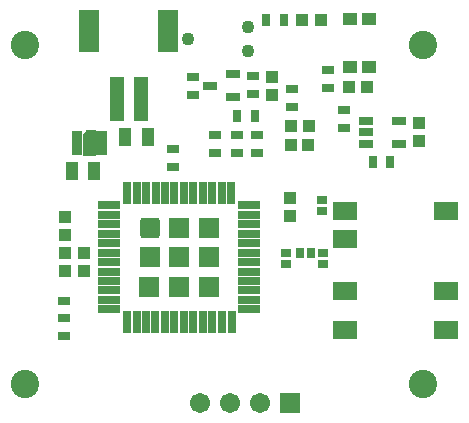
<source format=gts>
G04*
G04 #@! TF.GenerationSoftware,Altium Limited,Altium Designer,19.0.15 (446)*
G04*
G04 Layer_Color=8388736*
%FSAX25Y25*%
%MOIN*%
G70*
G01*
G75*
%ADD39R,0.04343X0.03162*%
%ADD40R,0.03950X0.03950*%
%ADD41R,0.03162X0.04343*%
%ADD42R,0.03950X0.03950*%
%ADD43R,0.04737X0.04343*%
%ADD44R,0.03241X0.03044*%
%ADD45R,0.06706X0.14186*%
%ADD46R,0.04737X0.14580*%
%ADD47R,0.06706X0.06706*%
G04:AMPARAMS|DCode=48|XSize=67.06mil|YSize=67.06mil|CornerRadius=9.91mil|HoleSize=0mil|Usage=FLASHONLY|Rotation=0.000|XOffset=0mil|YOffset=0mil|HoleType=Round|Shape=RoundedRectangle|*
%AMROUNDEDRECTD48*
21,1,0.06706,0.04724,0,0,0.0*
21,1,0.04724,0.06706,0,0,0.0*
1,1,0.01981,0.02362,-0.02362*
1,1,0.01981,-0.02362,-0.02362*
1,1,0.01981,-0.02362,0.02362*
1,1,0.01981,0.02362,0.02362*
%
%ADD48ROUNDEDRECTD48*%
%ADD49R,0.02769X0.07493*%
%ADD50R,0.07493X0.02769*%
%ADD51R,0.07887X0.05918*%
%ADD52R,0.03162X0.03320*%
%ADD53R,0.04737X0.03162*%
%ADD54R,0.04540X0.02690*%
%ADD55R,0.03556X0.01981*%
%ADD56R,0.02769X0.02769*%
%ADD57R,0.04343X0.05918*%
%ADD58C,0.09461*%
%ADD59C,0.04343*%
%ADD60C,0.06706*%
G36*
X0755025Y3293900D02*
X0755025Y3293900D01*
X0755026Y3293900D01*
X0755318Y3293899D01*
X0755344Y3293897D01*
X0755369Y3293896D01*
X0755369Y3293896D01*
X0755370Y3293895D01*
X0755395Y3293890D01*
X0755420Y3293885D01*
X0755421Y3293885D01*
X0755421Y3293885D01*
X0755445Y3293877D01*
X0755470Y3293869D01*
X0755471Y3293868D01*
X0755471Y3293868D01*
X0755494Y3293857D01*
X0755517Y3293845D01*
X0755517Y3293845D01*
X0755518Y3293845D01*
X0755540Y3293830D01*
X0755561Y3293816D01*
X0755561Y3293816D01*
X0755561Y3293816D01*
X0755581Y3293799D01*
X0755600Y3293782D01*
X0755600Y3293781D01*
X0755601Y3293781D01*
X0755616Y3293763D01*
X0755635Y3293742D01*
X0755635Y3293742D01*
X0755635Y3293741D01*
X0755649Y3293720D01*
X0755664Y3293699D01*
X0755664Y3293698D01*
X0755664Y3293698D01*
X0755676Y3293674D01*
X0755687Y3293652D01*
X0755687Y3293651D01*
X0755687Y3293650D01*
X0755696Y3293626D01*
X0755704Y3293602D01*
X0755704Y3293601D01*
X0755704Y3293601D01*
X0755709Y3293575D01*
X0755714Y3293550D01*
X0755714Y3293550D01*
X0755714Y3293549D01*
X0755716Y3293523D01*
X0755717Y3293498D01*
Y3293497D01*
D01*
D01*
X0755716Y3285822D01*
X0755716Y3285822D01*
X0755716Y3285821D01*
X0755714Y3285796D01*
X0755712Y3285769D01*
X0755712Y3285769D01*
X0755712Y3285769D01*
X0755708Y3285746D01*
X0755702Y3285718D01*
X0755702Y3285718D01*
X0755702Y3285717D01*
X0755695Y3285696D01*
X0755685Y3285668D01*
X0755685Y3285668D01*
X0755685Y3285668D01*
X0755674Y3285645D01*
X0755662Y3285621D01*
X0755662Y3285621D01*
X0755662Y3285621D01*
X0755646Y3285597D01*
X0755633Y3285578D01*
X0755633Y3285577D01*
X0755633Y3285577D01*
X0755614Y3285556D01*
X0755598Y3285538D01*
X0755598Y3285538D01*
X0755598Y3285538D01*
X0755580Y3285522D01*
X0755559Y3285504D01*
X0755559Y3285503D01*
X0755558Y3285503D01*
X0755539Y3285490D01*
X0755515Y3285475D01*
X0755515Y3285474D01*
X0755515Y3285474D01*
X0755491Y3285463D01*
X0755468Y3285452D01*
X0755468Y3285451D01*
X0755468Y3285451D01*
X0755444Y3285443D01*
X0755419Y3285434D01*
X0755418Y3285434D01*
X0755418Y3285434D01*
X0755393Y3285429D01*
X0755367Y3285424D01*
X0755367Y3285424D01*
X0755367Y3285424D01*
X0755340Y3285423D01*
X0755315Y3285421D01*
X0755315Y3285421D01*
X0755314Y3285421D01*
X0755019Y3285421D01*
X0751576Y3285421D01*
X0751576D01*
X0751575D01*
X0751523Y3285425D01*
X0751472Y3285435D01*
X0751422Y3285452D01*
X0751375Y3285475D01*
X0751331Y3285504D01*
X0751298Y3285534D01*
X0751292Y3285538D01*
Y3285539D01*
X0751292D01*
X0751287Y3285544D01*
X0751257Y3285578D01*
X0751228Y3285622D01*
X0751205Y3285669D01*
X0751188Y3285718D01*
X0751178Y3285770D01*
X0751175Y3285822D01*
Y3285822D01*
Y3285822D01*
X0751175Y3292514D01*
X0751177Y3292543D01*
X0751178Y3292566D01*
X0751178Y3292567D01*
X0751178Y3292567D01*
X0751185Y3292600D01*
X0751188Y3292618D01*
X0751188Y3292618D01*
X0751188Y3292618D01*
X0751200Y3292652D01*
X0751205Y3292667D01*
X0751205Y3292668D01*
X0751205Y3292668D01*
X0751218Y3292693D01*
X0751228Y3292715D01*
X0751228Y3292715D01*
X0751228Y3292715D01*
X0751244Y3292738D01*
X0751257Y3292758D01*
X0751257Y3292758D01*
X0751258Y3292759D01*
X0751277Y3292781D01*
X0751292Y3292797D01*
X0752276Y3293783D01*
X0752276Y3293783D01*
X0752276Y3293783D01*
X0752295Y3293800D01*
X0752315Y3293818D01*
X0752315Y3293818D01*
X0752315Y3293818D01*
X0752336Y3293831D01*
X0752359Y3293847D01*
X0752359Y3293847D01*
X0752359Y3293847D01*
X0752382Y3293858D01*
X0752406Y3293870D01*
X0752406Y3293870D01*
X0752406Y3293870D01*
X0752437Y3293881D01*
X0752455Y3293887D01*
X0752455Y3293887D01*
X0752456Y3293887D01*
X0752483Y3293892D01*
X0752507Y3293897D01*
X0752507Y3293897D01*
X0752507Y3293897D01*
X0752530Y3293899D01*
X0752559Y3293901D01*
X0752559Y3293901D01*
X0752559Y3293901D01*
X0755025Y3293900D01*
D02*
G37*
D39*
X0809351Y3292220D02*
D03*
Y3286314D02*
D03*
X0820769Y3307636D02*
D03*
Y3301730D02*
D03*
X0795178Y3292220D02*
D03*
Y3286314D02*
D03*
X0807776Y3311905D02*
D03*
Y3305999D02*
D03*
X0802461Y3292220D02*
D03*
Y3286314D02*
D03*
X0787698Y3311708D02*
D03*
Y3305803D02*
D03*
X0832776Y3313873D02*
D03*
Y3307968D02*
D03*
X0781202Y3287631D02*
D03*
Y3281725D02*
D03*
X0838288Y3300684D02*
D03*
Y3294779D02*
D03*
X0744784Y3231196D02*
D03*
Y3237102D02*
D03*
Y3225291D02*
D03*
D40*
X0820470Y3295173D02*
D03*
X0826376D02*
D03*
X0820375Y3289070D02*
D03*
X0826280D02*
D03*
X0839863Y3308165D02*
D03*
X0845769D02*
D03*
X0830611Y3330803D02*
D03*
X0824312D02*
D03*
D41*
X0802461Y3298716D02*
D03*
X0808367D02*
D03*
X0818209Y3330803D02*
D03*
X0812304D02*
D03*
X0853642Y3283165D02*
D03*
X0847737D02*
D03*
D42*
X0814272Y3311708D02*
D03*
Y3305803D02*
D03*
X0820178Y3265448D02*
D03*
Y3271354D02*
D03*
X0745178Y3252850D02*
D03*
Y3246944D02*
D03*
X0751477Y3252850D02*
D03*
Y3246944D02*
D03*
X0863288Y3290448D02*
D03*
Y3296354D02*
D03*
X0745178Y3259149D02*
D03*
Y3265054D02*
D03*
D43*
X0840257Y3330999D02*
D03*
Y3314857D02*
D03*
X0846556D02*
D03*
Y3330999D02*
D03*
D44*
X0831201Y3249228D02*
D03*
Y3252929D02*
D03*
X0818997Y3249228D02*
D03*
Y3252929D02*
D03*
X0831005Y3270645D02*
D03*
Y3266944D02*
D03*
D45*
X0753249Y3327062D02*
D03*
X0779627D02*
D03*
D46*
X0762501Y3304425D02*
D03*
X0770375D02*
D03*
D47*
X0793060Y3241708D02*
D03*
X0783217D02*
D03*
X0773276D02*
D03*
X0793060Y3251550D02*
D03*
X0783217D02*
D03*
X0773375D02*
D03*
X0793060Y3261393D02*
D03*
X0783217Y3261393D02*
D03*
X0820335Y3203046D02*
D03*
D48*
X0773375Y3261393D02*
D03*
D49*
X0765887Y3273027D02*
D03*
X0769076D02*
D03*
X0772225D02*
D03*
X0775375D02*
D03*
X0778524D02*
D03*
X0781674D02*
D03*
X0784824D02*
D03*
X0787973D02*
D03*
X0791123D02*
D03*
X0794272D02*
D03*
X0797383D02*
D03*
X0800572D02*
D03*
X0800729Y3230094D02*
D03*
X0797418Y3230094D02*
D03*
X0794241D02*
D03*
X0791091Y3230098D02*
D03*
X0787942Y3230098D02*
D03*
X0784792Y3230094D02*
D03*
X0781642D02*
D03*
X0778493Y3230094D02*
D03*
X0775343Y3230094D02*
D03*
X0772194Y3230094D02*
D03*
X0769044D02*
D03*
X0765887D02*
D03*
D50*
X0806438Y3268893D02*
D03*
Y3265743D02*
D03*
Y3262555D02*
D03*
Y3259444D02*
D03*
Y3256295D02*
D03*
Y3253106D02*
D03*
X0806446Y3249976D02*
D03*
X0806446Y3246826D02*
D03*
X0806446Y3243676D02*
D03*
X0806446Y3240539D02*
D03*
X0806446Y3237381D02*
D03*
Y3234228D02*
D03*
X0759981Y3234247D02*
D03*
Y3237357D02*
D03*
Y3240546D02*
D03*
Y3243657D02*
D03*
Y3246806D02*
D03*
Y3249995D02*
D03*
Y3253106D02*
D03*
Y3256255D02*
D03*
Y3259405D02*
D03*
Y3262555D02*
D03*
Y3265743D02*
D03*
Y3268893D02*
D03*
D51*
X0838485Y3267023D02*
D03*
Y3257574D02*
D03*
Y3240251D02*
D03*
Y3227259D02*
D03*
X0872343Y3267023D02*
D03*
Y3227259D02*
D03*
Y3240251D02*
D03*
D52*
X0823406Y3252850D02*
D03*
X0827186D02*
D03*
D53*
X0856497Y3296944D02*
D03*
Y3289464D02*
D03*
X0845670D02*
D03*
Y3293204D02*
D03*
Y3296944D02*
D03*
D54*
X0801162Y3304936D02*
D03*
Y3312574D02*
D03*
X0793524Y3308755D02*
D03*
D55*
X0749312Y3292613D02*
D03*
Y3290645D02*
D03*
Y3288676D02*
D03*
Y3286708D02*
D03*
X0757580D02*
D03*
Y3288676D02*
D03*
Y3290645D02*
D03*
Y3292613D02*
D03*
D56*
X0753446Y3289661D02*
D03*
D57*
X0772737Y3291629D02*
D03*
X0765257D02*
D03*
X0755020Y3280212D02*
D03*
X0747540D02*
D03*
D58*
X0864666Y3322338D02*
D03*
Y3209346D02*
D03*
X0731989Y3322338D02*
D03*
Y3209346D02*
D03*
D59*
X0806162Y3328247D02*
D03*
Y3320247D02*
D03*
X0786162Y3324247D02*
D03*
D60*
X0790335Y3203046D02*
D03*
X0800335D02*
D03*
X0810335D02*
D03*
M02*

</source>
